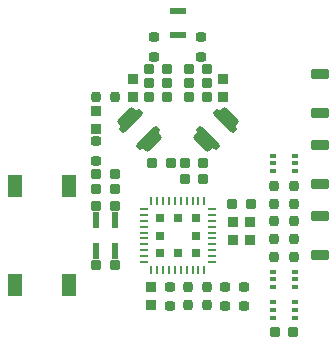
<source format=gbr>
%TF.GenerationSoftware,KiCad,Pcbnew,(6.0.2-0)*%
%TF.CreationDate,2022-02-18T14:13:14+00:00*%
%TF.ProjectId,PN532,504e3533-322e-46b6-9963-61645f706362,7*%
%TF.SameCoordinates,Original*%
%TF.FileFunction,Paste,Top*%
%TF.FilePolarity,Positive*%
%FSLAX46Y46*%
G04 Gerber Fmt 4.6, Leading zero omitted, Abs format (unit mm)*
G04 Created by KiCad (PCBNEW (6.0.2-0)) date 2022-02-18 14:13:14*
%MOMM*%
%LPD*%
G01*
G04 APERTURE LIST*
G04 Aperture macros list*
%AMRoundRect*
0 Rectangle with rounded corners*
0 $1 Rounding radius*
0 $2 $3 $4 $5 $6 $7 $8 $9 X,Y pos of 4 corners*
0 Add a 4 corners polygon primitive as box body*
4,1,4,$2,$3,$4,$5,$6,$7,$8,$9,$2,$3,0*
0 Add four circle primitives for the rounded corners*
1,1,$1+$1,$2,$3*
1,1,$1+$1,$4,$5*
1,1,$1+$1,$6,$7*
1,1,$1+$1,$8,$9*
0 Add four rect primitives between the rounded corners*
20,1,$1+$1,$2,$3,$4,$5,0*
20,1,$1+$1,$4,$5,$6,$7,0*
20,1,$1+$1,$6,$7,$8,$9,0*
20,1,$1+$1,$8,$9,$2,$3,0*%
G04 Aperture macros list end*
%ADD10R,0.604000X1.324000*%
%ADD11RoundRect,0.207000X0.561000X-0.225000X0.561000X0.225000X-0.561000X0.225000X-0.561000X-0.225000X0*%
%ADD12R,1.248000X1.920000*%
%ADD13RoundRect,0.207000X-0.225000X-0.249000X0.225000X-0.249000X0.225000X0.249000X-0.225000X0.249000X0*%
%ADD14RoundRect,0.207000X0.249000X-0.225000X0.249000X0.225000X-0.249000X0.225000X-0.249000X-0.225000X0*%
%ADD15RoundRect,0.184000X-0.200000X-0.272000X0.200000X-0.272000X0.200000X0.272000X-0.200000X0.272000X0*%
%ADD16RoundRect,0.207000X-0.249000X0.225000X-0.249000X-0.225000X0.249000X-0.225000X0.249000X0.225000X0*%
%ADD17RoundRect,0.184000X0.272000X-0.200000X0.272000X0.200000X-0.272000X0.200000X-0.272000X-0.200000X0*%
%ADD18RoundRect,0.187500X-0.187500X0.187500X-0.187500X-0.187500X0.187500X-0.187500X0.187500X0.187500X0*%
%ADD19RoundRect,0.048500X-0.071500X0.287500X-0.071500X-0.287500X0.071500X-0.287500X0.071500X0.287500X0*%
%ADD20RoundRect,0.057500X-0.278500X0.062500X-0.278500X-0.062500X0.278500X-0.062500X0.278500X0.062500X0*%
%ADD21RoundRect,0.207000X0.225000X0.249000X-0.225000X0.249000X-0.225000X-0.249000X0.225000X-0.249000X0*%
%ADD22RoundRect,0.184000X-0.272000X0.200000X-0.272000X-0.200000X0.272000X-0.200000X0.272000X0.200000X0*%
%ADD23RoundRect,0.184000X0.200000X0.272000X-0.200000X0.272000X-0.200000X-0.272000X0.200000X-0.272000X0*%
%ADD24RoundRect,0.152600X0.610940X-0.870307X0.870307X-0.610940X-0.610940X0.870307X-0.870307X0.610940X0*%
%ADD25RoundRect,0.222360X0.308864X-0.686799X0.686799X-0.308864X-0.308864X0.686799X-0.686799X0.308864X0*%
%ADD26RoundRect,0.152600X-0.870307X-0.610940X-0.610940X-0.870307X0.870307X0.610940X0.610940X0.870307X0*%
%ADD27RoundRect,0.222360X-0.686799X-0.308864X-0.308864X-0.686799X0.686799X0.308864X0.308864X0.686799X0*%
%ADD28R,0.624000X0.384000*%
%ADD29R,1.440000X0.480000*%
G04 APERTURE END LIST*
D10*
%TO.C,Y1*%
X93075000Y-98650000D03*
X93075000Y-101350000D03*
X94675000Y-101350000D03*
X94675000Y-98650000D03*
%TD*%
D11*
%TO.C,D2*%
X112000000Y-95650000D03*
X112000000Y-92350000D03*
%TD*%
%TO.C,D3*%
X112000000Y-89650000D03*
X112000000Y-86350000D03*
%TD*%
D12*
%TO.C,SW1*%
X86250000Y-95800000D03*
X90750000Y-95800000D03*
X90750000Y-104200000D03*
X86250000Y-104200000D03*
%TD*%
D11*
%TO.C,D1*%
X112000000Y-101650000D03*
X112000000Y-98350000D03*
%TD*%
D13*
%TO.C,C7*%
X100600000Y-95200000D03*
X102150000Y-95200000D03*
%TD*%
D14*
%TO.C,C3*%
X103800000Y-88300000D03*
X103800000Y-86750000D03*
%TD*%
D13*
%TO.C,C5*%
X100925000Y-88275000D03*
X102475000Y-88275000D03*
%TD*%
D15*
%TO.C,R6*%
X108175000Y-95800000D03*
X109825000Y-95800000D03*
%TD*%
%TO.C,R4*%
X93075000Y-88275000D03*
X94725000Y-88275000D03*
%TD*%
D16*
%TO.C,C13*%
X106150000Y-98825000D03*
X106150000Y-100375000D03*
%TD*%
D13*
%TO.C,C14*%
X104625000Y-97300000D03*
X106175000Y-97300000D03*
%TD*%
%TO.C,C9*%
X93100000Y-94750000D03*
X94650000Y-94750000D03*
%TD*%
%TO.C,C16*%
X93100000Y-97500000D03*
X94650000Y-97500000D03*
%TD*%
D15*
%TO.C,R9*%
X108175000Y-100300000D03*
X109825000Y-100300000D03*
%TD*%
%TO.C,R8*%
X108175000Y-101800000D03*
X109825000Y-101800000D03*
%TD*%
D17*
%TO.C,R11*%
X99300000Y-105975000D03*
X99300000Y-104325000D03*
%TD*%
D18*
%TO.C,U1*%
X101500000Y-101500000D03*
X101500000Y-100000000D03*
X98500000Y-100000000D03*
X98500000Y-101500000D03*
X101500000Y-98500000D03*
X98500000Y-98500000D03*
X100000000Y-98500000D03*
X100000000Y-101500000D03*
D19*
X102250000Y-97100000D03*
X101750000Y-97100000D03*
X101250000Y-97100000D03*
X100750000Y-97100000D03*
X100250000Y-97100000D03*
X99750000Y-97100000D03*
X99250000Y-97100000D03*
X98750000Y-97100000D03*
X98250000Y-97100000D03*
X97750000Y-97100000D03*
D20*
X97100000Y-97750000D03*
X97100000Y-98250000D03*
X97100000Y-98750000D03*
X97100000Y-99250000D03*
X97100000Y-99750000D03*
X97100000Y-100250000D03*
X97100000Y-100750000D03*
X97100000Y-101250000D03*
X97100000Y-101750000D03*
X97100000Y-102250000D03*
D19*
X97750000Y-102900000D03*
X98250000Y-102900000D03*
X98750000Y-102900000D03*
X99250000Y-102900000D03*
X99750000Y-102900000D03*
X100250000Y-102900000D03*
X100750000Y-102900000D03*
X101250000Y-102900000D03*
X101750000Y-102900000D03*
X102250000Y-102900000D03*
D20*
X102900000Y-102250000D03*
X102900000Y-101750000D03*
X102900000Y-101250000D03*
X102900000Y-100750000D03*
X102900000Y-100250000D03*
X102900000Y-99750000D03*
X102900000Y-99250000D03*
X102900000Y-98750000D03*
X102900000Y-98250000D03*
X102900000Y-97750000D03*
%TD*%
D21*
%TO.C,C17*%
X94650000Y-102500000D03*
X93100000Y-102500000D03*
%TD*%
%TO.C,C12*%
X99400000Y-93850000D03*
X97850000Y-93850000D03*
%TD*%
D22*
%TO.C,R5*%
X93100000Y-92025000D03*
X93100000Y-93675000D03*
%TD*%
D15*
%TO.C,R7*%
X108175000Y-97300000D03*
X109825000Y-97300000D03*
%TD*%
%TO.C,R10*%
X108175000Y-98800000D03*
X109825000Y-98800000D03*
%TD*%
D14*
%TO.C,C18*%
X97700000Y-105925000D03*
X97700000Y-104375000D03*
%TD*%
D16*
%TO.C,C11*%
X104650000Y-98825000D03*
X104650000Y-100375000D03*
%TD*%
D14*
%TO.C,C8*%
X93100000Y-90975000D03*
X93100000Y-89425000D03*
%TD*%
D13*
%TO.C,C10*%
X100600000Y-93850000D03*
X102150000Y-93850000D03*
%TD*%
D21*
%TO.C,C1*%
X102475000Y-85900000D03*
X102475000Y-87100000D03*
X100925000Y-87100000D03*
X100925000Y-85900000D03*
%TD*%
%TO.C,C6*%
X99075000Y-88275000D03*
X97525000Y-88275000D03*
%TD*%
D17*
%TO.C,R15*%
X105600000Y-105975000D03*
X105600000Y-104325000D03*
%TD*%
D15*
%TO.C,R13*%
X100825000Y-105900000D03*
X102475000Y-105900000D03*
%TD*%
D13*
%TO.C,C15*%
X93100000Y-96100000D03*
X94650000Y-96100000D03*
%TD*%
D23*
%TO.C,R14*%
X102475000Y-104400000D03*
X100825000Y-104400000D03*
%TD*%
D24*
%TO.C,L1*%
X102542893Y-91707107D03*
D25*
X102260051Y-91989949D03*
X104239949Y-90010051D03*
D24*
X103957107Y-90292893D03*
%TD*%
D26*
%TO.C,L2*%
X96042893Y-90292893D03*
D27*
X95760051Y-90010051D03*
X97739949Y-91989949D03*
D26*
X97457107Y-91707107D03*
%TD*%
D16*
%TO.C,C4*%
X96200000Y-86750000D03*
X96200000Y-88300000D03*
%TD*%
D22*
%TO.C,R12*%
X104000000Y-104325000D03*
X104000000Y-105975000D03*
%TD*%
D28*
%TO.C,D5*%
X108050000Y-93250000D03*
X108050000Y-93900000D03*
X108050000Y-94550000D03*
X109950000Y-94550000D03*
X109950000Y-93900000D03*
X109950000Y-93250000D03*
%TD*%
D13*
%TO.C,C19*%
X108225000Y-108200000D03*
X109775000Y-108200000D03*
%TD*%
D28*
%TO.C,D4*%
X108050000Y-103050000D03*
X108050000Y-103700000D03*
X108050000Y-104350000D03*
X109950000Y-104350000D03*
X109950000Y-103700000D03*
X109950000Y-103050000D03*
%TD*%
%TO.C,D6*%
X109950000Y-106950000D03*
X109950000Y-106300000D03*
X109950000Y-105650000D03*
X108050000Y-105650000D03*
X108050000Y-106300000D03*
X108050000Y-106950000D03*
%TD*%
D22*
%TO.C,A1*%
X102000000Y-83150000D03*
X98000000Y-83150000D03*
D29*
X100000000Y-81000000D03*
D22*
X102000000Y-84850000D03*
D29*
X100000000Y-83000000D03*
D22*
X98000000Y-84850000D03*
%TD*%
D21*
%TO.C,C2*%
X99075000Y-85900000D03*
X99075000Y-87100000D03*
X97525000Y-87100000D03*
X97525000Y-85900000D03*
%TD*%
M02*

</source>
